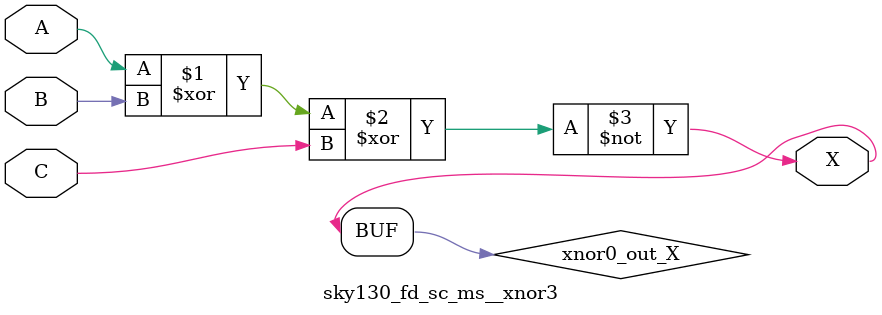
<source format=v>
/*
 * Copyright 2020 The SkyWater PDK Authors
 *
 * Licensed under the Apache License, Version 2.0 (the "License");
 * you may not use this file except in compliance with the License.
 * You may obtain a copy of the License at
 *
 *     https://www.apache.org/licenses/LICENSE-2.0
 *
 * Unless required by applicable law or agreed to in writing, software
 * distributed under the License is distributed on an "AS IS" BASIS,
 * WITHOUT WARRANTIES OR CONDITIONS OF ANY KIND, either express or implied.
 * See the License for the specific language governing permissions and
 * limitations under the License.
 *
 * SPDX-License-Identifier: Apache-2.0
*/


`ifndef SKY130_FD_SC_MS__XNOR3_FUNCTIONAL_V
`define SKY130_FD_SC_MS__XNOR3_FUNCTIONAL_V

/**
 * xnor3: 3-input exclusive NOR.
 *
 * Verilog simulation functional model.
 */

`timescale 1ns / 1ps
`default_nettype none

`celldefine
module sky130_fd_sc_ms__xnor3 (
    X,
    A,
    B,
    C
);

    // Module ports
    output X;
    input  A;
    input  B;
    input  C;

    // Local signals
    wire xnor0_out_X;

    //   Name   Output       Other arguments
    xnor xnor0 (xnor0_out_X, A, B, C        );
    buf  buf0  (X          , xnor0_out_X    );

endmodule
`endcelldefine

`default_nettype wire
`endif  // SKY130_FD_SC_MS__XNOR3_FUNCTIONAL_V
</source>
